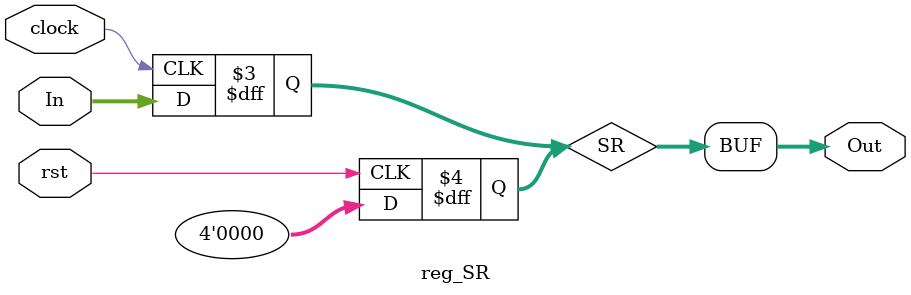
<source format=v>
module reg_PC(clock,rst,ena_W,In,Out);

input clock;
input rst;
input ena_W;	
input [31:0] In;
output [31:0] Out;

reg [31:0] PC;

always @(posedge rst) PC<=32'h00400000;
    
always @(posedge clock) 
begin
	if(ena_W) PC<=In;        //enable input 
end

assign Out=PC;

endmodule

module reg_IR(clock,ena_W,In,Out);

input clock;
input ena_W;	
input [31:0] In;
output [31:0] Out;

reg [31:0] IR;
   
always @(posedge clock) 
begin
	if(ena_W) IR<=In;        //enable input 
end

assign Out=IR;

endmodule


module reg_SR(clock,rst,In,Out);

input clock;
input rst;
input [3:0] In;
output [3:0] Out;

reg [3:0] SR;

always @(posedge rst) SR<=0;
    
always @(posedge clock) 
begin
	SR<=In;        
end

assign Out=SR;

endmodule



</source>
